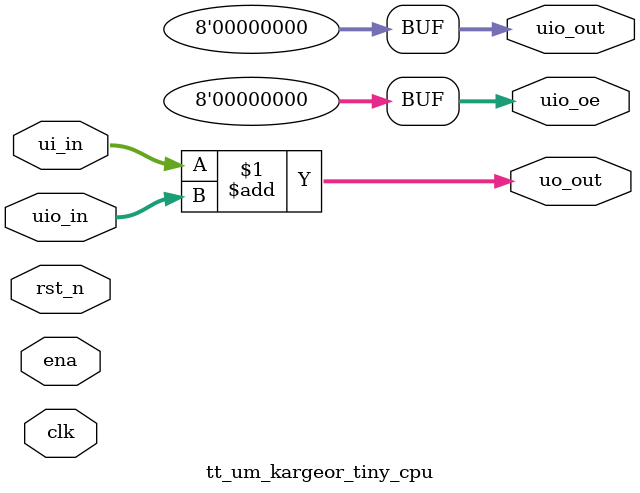
<source format=v>
/*
 * Copyright (c) 2024 KARGEOR
 * SPDX-License-Identifier: Apache-2.0
 */

`define default_netname none

module tt_um_kargeor_tiny_cpu (
    input  wire [7:0] ui_in,    // Dedicated inputs
    output wire [7:0] uo_out,   // Dedicated outputs
    input  wire [7:0] uio_in,   // IOs: Input path
    output wire [7:0] uio_out,  // IOs: Output path
    output wire [7:0] uio_oe,   // IOs: Enable path (active high: 0=input, 1=output)
    input  wire       ena,      // will go high when the design is enabled
    input  wire       clk,      // clock
    input  wire       rst_n     // reset_n - low to reset
);

  // All output pins must be assigned. If not used, assign to 0.
  assign uo_out  = ui_in + uio_in;  // Example: ou_out is the sum of ui_in and uio_in
  assign uio_out = 0;
  assign uio_oe  = 0;

endmodule

</source>
